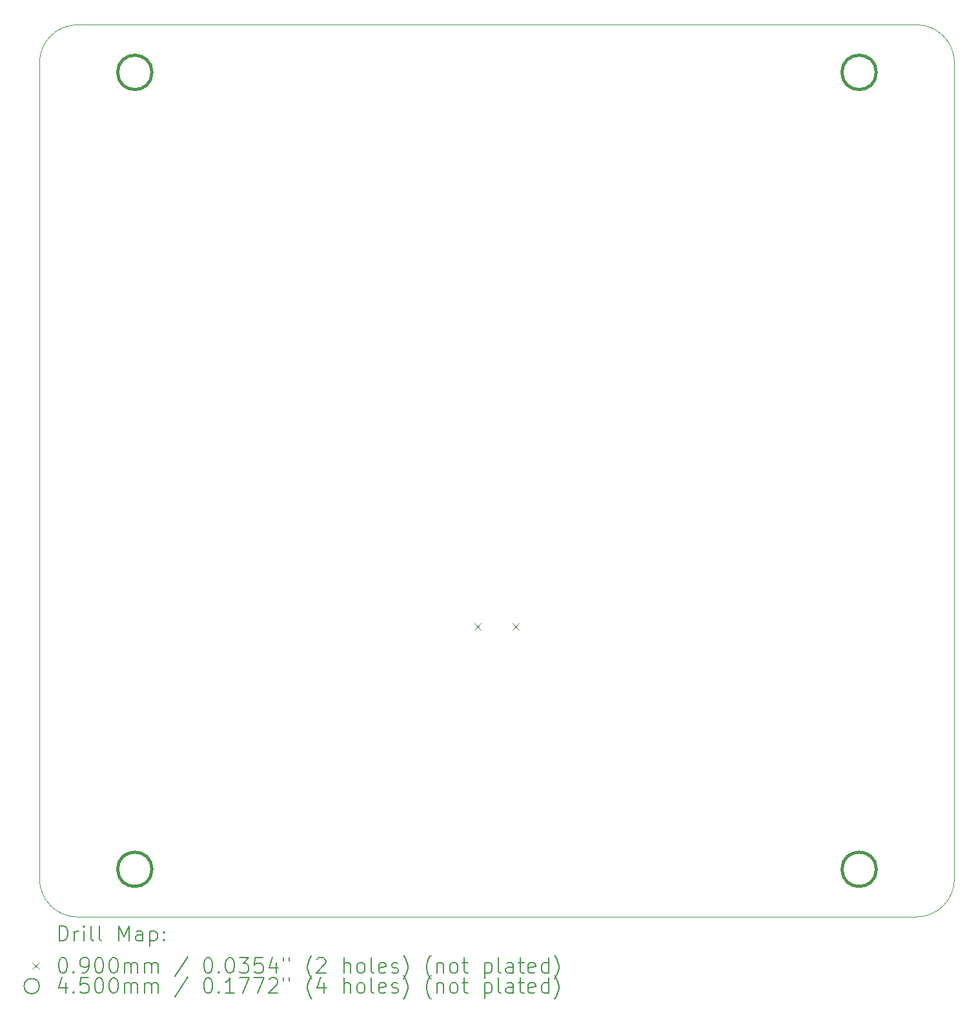
<source format=gbr>
%TF.GenerationSoftware,KiCad,Pcbnew,9.0.0*%
%TF.CreationDate,2025-03-25T13:14:26-05:00*%
%TF.ProjectId,Armor_Plate,41726d6f-725f-4506-9c61-74652e6b6963,rev?*%
%TF.SameCoordinates,Original*%
%TF.FileFunction,Drillmap*%
%TF.FilePolarity,Positive*%
%FSLAX45Y45*%
G04 Gerber Fmt 4.5, Leading zero omitted, Abs format (unit mm)*
G04 Created by KiCad (PCBNEW 9.0.0) date 2025-03-25 13:14:26*
%MOMM*%
%LPD*%
G01*
G04 APERTURE LIST*
%ADD10C,0.050000*%
%ADD11C,0.200000*%
%ADD12C,0.100000*%
%ADD13C,0.450000*%
G04 APERTURE END LIST*
D10*
X13995000Y-2150000D02*
X13995000Y-12850000D01*
X1995000Y-12850000D02*
X1995000Y-2150000D01*
X13995000Y-12850000D02*
G75*
G02*
X13495000Y-13350000I-500000J0D01*
G01*
X13495000Y-13350000D02*
X2495000Y-13350000D01*
X2495000Y-1650000D02*
X13495000Y-1650000D01*
X1995000Y-2150000D02*
G75*
G02*
X2495000Y-1650000I500000J0D01*
G01*
X2495000Y-13350000D02*
G75*
G02*
X1995000Y-12850000I0J500000D01*
G01*
X13495000Y-1650000D02*
G75*
G02*
X13995000Y-2150000I0J-500000D01*
G01*
D11*
D12*
X7697000Y-9499000D02*
X7787000Y-9589000D01*
X7787000Y-9499000D02*
X7697000Y-9589000D01*
X8197000Y-9499000D02*
X8287000Y-9589000D01*
X8287000Y-9499000D02*
X8197000Y-9589000D01*
D13*
X3470000Y-2275000D02*
G75*
G02*
X3020000Y-2275000I-225000J0D01*
G01*
X3020000Y-2275000D02*
G75*
G02*
X3470000Y-2275000I225000J0D01*
G01*
X3470000Y-12725000D02*
G75*
G02*
X3020000Y-12725000I-225000J0D01*
G01*
X3020000Y-12725000D02*
G75*
G02*
X3470000Y-12725000I225000J0D01*
G01*
X12970000Y-2275000D02*
G75*
G02*
X12520000Y-2275000I-225000J0D01*
G01*
X12520000Y-2275000D02*
G75*
G02*
X12970000Y-2275000I225000J0D01*
G01*
X12970000Y-12725000D02*
G75*
G02*
X12520000Y-12725000I-225000J0D01*
G01*
X12520000Y-12725000D02*
G75*
G02*
X12970000Y-12725000I225000J0D01*
G01*
D11*
X2253277Y-13663984D02*
X2253277Y-13463984D01*
X2253277Y-13463984D02*
X2300896Y-13463984D01*
X2300896Y-13463984D02*
X2329467Y-13473508D01*
X2329467Y-13473508D02*
X2348515Y-13492555D01*
X2348515Y-13492555D02*
X2358039Y-13511603D01*
X2358039Y-13511603D02*
X2367563Y-13549698D01*
X2367563Y-13549698D02*
X2367563Y-13578269D01*
X2367563Y-13578269D02*
X2358039Y-13616365D01*
X2358039Y-13616365D02*
X2348515Y-13635412D01*
X2348515Y-13635412D02*
X2329467Y-13654460D01*
X2329467Y-13654460D02*
X2300896Y-13663984D01*
X2300896Y-13663984D02*
X2253277Y-13663984D01*
X2453277Y-13663984D02*
X2453277Y-13530650D01*
X2453277Y-13568746D02*
X2462801Y-13549698D01*
X2462801Y-13549698D02*
X2472324Y-13540174D01*
X2472324Y-13540174D02*
X2491372Y-13530650D01*
X2491372Y-13530650D02*
X2510420Y-13530650D01*
X2577086Y-13663984D02*
X2577086Y-13530650D01*
X2577086Y-13463984D02*
X2567563Y-13473508D01*
X2567563Y-13473508D02*
X2577086Y-13483031D01*
X2577086Y-13483031D02*
X2586610Y-13473508D01*
X2586610Y-13473508D02*
X2577086Y-13463984D01*
X2577086Y-13463984D02*
X2577086Y-13483031D01*
X2700896Y-13663984D02*
X2681848Y-13654460D01*
X2681848Y-13654460D02*
X2672324Y-13635412D01*
X2672324Y-13635412D02*
X2672324Y-13463984D01*
X2805658Y-13663984D02*
X2786610Y-13654460D01*
X2786610Y-13654460D02*
X2777086Y-13635412D01*
X2777086Y-13635412D02*
X2777086Y-13463984D01*
X3034229Y-13663984D02*
X3034229Y-13463984D01*
X3034229Y-13463984D02*
X3100896Y-13606841D01*
X3100896Y-13606841D02*
X3167562Y-13463984D01*
X3167562Y-13463984D02*
X3167562Y-13663984D01*
X3348515Y-13663984D02*
X3348515Y-13559222D01*
X3348515Y-13559222D02*
X3338991Y-13540174D01*
X3338991Y-13540174D02*
X3319943Y-13530650D01*
X3319943Y-13530650D02*
X3281848Y-13530650D01*
X3281848Y-13530650D02*
X3262801Y-13540174D01*
X3348515Y-13654460D02*
X3329467Y-13663984D01*
X3329467Y-13663984D02*
X3281848Y-13663984D01*
X3281848Y-13663984D02*
X3262801Y-13654460D01*
X3262801Y-13654460D02*
X3253277Y-13635412D01*
X3253277Y-13635412D02*
X3253277Y-13616365D01*
X3253277Y-13616365D02*
X3262801Y-13597317D01*
X3262801Y-13597317D02*
X3281848Y-13587793D01*
X3281848Y-13587793D02*
X3329467Y-13587793D01*
X3329467Y-13587793D02*
X3348515Y-13578269D01*
X3443753Y-13530650D02*
X3443753Y-13730650D01*
X3443753Y-13540174D02*
X3462801Y-13530650D01*
X3462801Y-13530650D02*
X3500896Y-13530650D01*
X3500896Y-13530650D02*
X3519943Y-13540174D01*
X3519943Y-13540174D02*
X3529467Y-13549698D01*
X3529467Y-13549698D02*
X3538991Y-13568746D01*
X3538991Y-13568746D02*
X3538991Y-13625888D01*
X3538991Y-13625888D02*
X3529467Y-13644936D01*
X3529467Y-13644936D02*
X3519943Y-13654460D01*
X3519943Y-13654460D02*
X3500896Y-13663984D01*
X3500896Y-13663984D02*
X3462801Y-13663984D01*
X3462801Y-13663984D02*
X3443753Y-13654460D01*
X3624705Y-13644936D02*
X3634229Y-13654460D01*
X3634229Y-13654460D02*
X3624705Y-13663984D01*
X3624705Y-13663984D02*
X3615182Y-13654460D01*
X3615182Y-13654460D02*
X3624705Y-13644936D01*
X3624705Y-13644936D02*
X3624705Y-13663984D01*
X3624705Y-13540174D02*
X3634229Y-13549698D01*
X3634229Y-13549698D02*
X3624705Y-13559222D01*
X3624705Y-13559222D02*
X3615182Y-13549698D01*
X3615182Y-13549698D02*
X3624705Y-13540174D01*
X3624705Y-13540174D02*
X3624705Y-13559222D01*
D12*
X1902500Y-13947500D02*
X1992500Y-14037500D01*
X1992500Y-13947500D02*
X1902500Y-14037500D01*
D11*
X2291372Y-13883984D02*
X2310420Y-13883984D01*
X2310420Y-13883984D02*
X2329467Y-13893508D01*
X2329467Y-13893508D02*
X2338991Y-13903031D01*
X2338991Y-13903031D02*
X2348515Y-13922079D01*
X2348515Y-13922079D02*
X2358039Y-13960174D01*
X2358039Y-13960174D02*
X2358039Y-14007793D01*
X2358039Y-14007793D02*
X2348515Y-14045888D01*
X2348515Y-14045888D02*
X2338991Y-14064936D01*
X2338991Y-14064936D02*
X2329467Y-14074460D01*
X2329467Y-14074460D02*
X2310420Y-14083984D01*
X2310420Y-14083984D02*
X2291372Y-14083984D01*
X2291372Y-14083984D02*
X2272324Y-14074460D01*
X2272324Y-14074460D02*
X2262801Y-14064936D01*
X2262801Y-14064936D02*
X2253277Y-14045888D01*
X2253277Y-14045888D02*
X2243753Y-14007793D01*
X2243753Y-14007793D02*
X2243753Y-13960174D01*
X2243753Y-13960174D02*
X2253277Y-13922079D01*
X2253277Y-13922079D02*
X2262801Y-13903031D01*
X2262801Y-13903031D02*
X2272324Y-13893508D01*
X2272324Y-13893508D02*
X2291372Y-13883984D01*
X2443753Y-14064936D02*
X2453277Y-14074460D01*
X2453277Y-14074460D02*
X2443753Y-14083984D01*
X2443753Y-14083984D02*
X2434229Y-14074460D01*
X2434229Y-14074460D02*
X2443753Y-14064936D01*
X2443753Y-14064936D02*
X2443753Y-14083984D01*
X2548515Y-14083984D02*
X2586610Y-14083984D01*
X2586610Y-14083984D02*
X2605658Y-14074460D01*
X2605658Y-14074460D02*
X2615182Y-14064936D01*
X2615182Y-14064936D02*
X2634229Y-14036365D01*
X2634229Y-14036365D02*
X2643753Y-13998269D01*
X2643753Y-13998269D02*
X2643753Y-13922079D01*
X2643753Y-13922079D02*
X2634229Y-13903031D01*
X2634229Y-13903031D02*
X2624705Y-13893508D01*
X2624705Y-13893508D02*
X2605658Y-13883984D01*
X2605658Y-13883984D02*
X2567563Y-13883984D01*
X2567563Y-13883984D02*
X2548515Y-13893508D01*
X2548515Y-13893508D02*
X2538991Y-13903031D01*
X2538991Y-13903031D02*
X2529467Y-13922079D01*
X2529467Y-13922079D02*
X2529467Y-13969698D01*
X2529467Y-13969698D02*
X2538991Y-13988746D01*
X2538991Y-13988746D02*
X2548515Y-13998269D01*
X2548515Y-13998269D02*
X2567563Y-14007793D01*
X2567563Y-14007793D02*
X2605658Y-14007793D01*
X2605658Y-14007793D02*
X2624705Y-13998269D01*
X2624705Y-13998269D02*
X2634229Y-13988746D01*
X2634229Y-13988746D02*
X2643753Y-13969698D01*
X2767563Y-13883984D02*
X2786610Y-13883984D01*
X2786610Y-13883984D02*
X2805658Y-13893508D01*
X2805658Y-13893508D02*
X2815182Y-13903031D01*
X2815182Y-13903031D02*
X2824705Y-13922079D01*
X2824705Y-13922079D02*
X2834229Y-13960174D01*
X2834229Y-13960174D02*
X2834229Y-14007793D01*
X2834229Y-14007793D02*
X2824705Y-14045888D01*
X2824705Y-14045888D02*
X2815182Y-14064936D01*
X2815182Y-14064936D02*
X2805658Y-14074460D01*
X2805658Y-14074460D02*
X2786610Y-14083984D01*
X2786610Y-14083984D02*
X2767563Y-14083984D01*
X2767563Y-14083984D02*
X2748515Y-14074460D01*
X2748515Y-14074460D02*
X2738991Y-14064936D01*
X2738991Y-14064936D02*
X2729467Y-14045888D01*
X2729467Y-14045888D02*
X2719944Y-14007793D01*
X2719944Y-14007793D02*
X2719944Y-13960174D01*
X2719944Y-13960174D02*
X2729467Y-13922079D01*
X2729467Y-13922079D02*
X2738991Y-13903031D01*
X2738991Y-13903031D02*
X2748515Y-13893508D01*
X2748515Y-13893508D02*
X2767563Y-13883984D01*
X2958039Y-13883984D02*
X2977086Y-13883984D01*
X2977086Y-13883984D02*
X2996134Y-13893508D01*
X2996134Y-13893508D02*
X3005658Y-13903031D01*
X3005658Y-13903031D02*
X3015182Y-13922079D01*
X3015182Y-13922079D02*
X3024705Y-13960174D01*
X3024705Y-13960174D02*
X3024705Y-14007793D01*
X3024705Y-14007793D02*
X3015182Y-14045888D01*
X3015182Y-14045888D02*
X3005658Y-14064936D01*
X3005658Y-14064936D02*
X2996134Y-14074460D01*
X2996134Y-14074460D02*
X2977086Y-14083984D01*
X2977086Y-14083984D02*
X2958039Y-14083984D01*
X2958039Y-14083984D02*
X2938991Y-14074460D01*
X2938991Y-14074460D02*
X2929467Y-14064936D01*
X2929467Y-14064936D02*
X2919943Y-14045888D01*
X2919943Y-14045888D02*
X2910420Y-14007793D01*
X2910420Y-14007793D02*
X2910420Y-13960174D01*
X2910420Y-13960174D02*
X2919943Y-13922079D01*
X2919943Y-13922079D02*
X2929467Y-13903031D01*
X2929467Y-13903031D02*
X2938991Y-13893508D01*
X2938991Y-13893508D02*
X2958039Y-13883984D01*
X3110420Y-14083984D02*
X3110420Y-13950650D01*
X3110420Y-13969698D02*
X3119943Y-13960174D01*
X3119943Y-13960174D02*
X3138991Y-13950650D01*
X3138991Y-13950650D02*
X3167563Y-13950650D01*
X3167563Y-13950650D02*
X3186610Y-13960174D01*
X3186610Y-13960174D02*
X3196134Y-13979222D01*
X3196134Y-13979222D02*
X3196134Y-14083984D01*
X3196134Y-13979222D02*
X3205658Y-13960174D01*
X3205658Y-13960174D02*
X3224705Y-13950650D01*
X3224705Y-13950650D02*
X3253277Y-13950650D01*
X3253277Y-13950650D02*
X3272324Y-13960174D01*
X3272324Y-13960174D02*
X3281848Y-13979222D01*
X3281848Y-13979222D02*
X3281848Y-14083984D01*
X3377086Y-14083984D02*
X3377086Y-13950650D01*
X3377086Y-13969698D02*
X3386610Y-13960174D01*
X3386610Y-13960174D02*
X3405658Y-13950650D01*
X3405658Y-13950650D02*
X3434229Y-13950650D01*
X3434229Y-13950650D02*
X3453277Y-13960174D01*
X3453277Y-13960174D02*
X3462801Y-13979222D01*
X3462801Y-13979222D02*
X3462801Y-14083984D01*
X3462801Y-13979222D02*
X3472324Y-13960174D01*
X3472324Y-13960174D02*
X3491372Y-13950650D01*
X3491372Y-13950650D02*
X3519943Y-13950650D01*
X3519943Y-13950650D02*
X3538991Y-13960174D01*
X3538991Y-13960174D02*
X3548515Y-13979222D01*
X3548515Y-13979222D02*
X3548515Y-14083984D01*
X3938991Y-13874460D02*
X3767563Y-14131603D01*
X4196134Y-13883984D02*
X4215182Y-13883984D01*
X4215182Y-13883984D02*
X4234229Y-13893508D01*
X4234229Y-13893508D02*
X4243753Y-13903031D01*
X4243753Y-13903031D02*
X4253277Y-13922079D01*
X4253277Y-13922079D02*
X4262801Y-13960174D01*
X4262801Y-13960174D02*
X4262801Y-14007793D01*
X4262801Y-14007793D02*
X4253277Y-14045888D01*
X4253277Y-14045888D02*
X4243753Y-14064936D01*
X4243753Y-14064936D02*
X4234229Y-14074460D01*
X4234229Y-14074460D02*
X4215182Y-14083984D01*
X4215182Y-14083984D02*
X4196134Y-14083984D01*
X4196134Y-14083984D02*
X4177086Y-14074460D01*
X4177086Y-14074460D02*
X4167563Y-14064936D01*
X4167563Y-14064936D02*
X4158039Y-14045888D01*
X4158039Y-14045888D02*
X4148515Y-14007793D01*
X4148515Y-14007793D02*
X4148515Y-13960174D01*
X4148515Y-13960174D02*
X4158039Y-13922079D01*
X4158039Y-13922079D02*
X4167563Y-13903031D01*
X4167563Y-13903031D02*
X4177086Y-13893508D01*
X4177086Y-13893508D02*
X4196134Y-13883984D01*
X4348515Y-14064936D02*
X4358039Y-14074460D01*
X4358039Y-14074460D02*
X4348515Y-14083984D01*
X4348515Y-14083984D02*
X4338991Y-14074460D01*
X4338991Y-14074460D02*
X4348515Y-14064936D01*
X4348515Y-14064936D02*
X4348515Y-14083984D01*
X4481848Y-13883984D02*
X4500896Y-13883984D01*
X4500896Y-13883984D02*
X4519944Y-13893508D01*
X4519944Y-13893508D02*
X4529468Y-13903031D01*
X4529468Y-13903031D02*
X4538991Y-13922079D01*
X4538991Y-13922079D02*
X4548515Y-13960174D01*
X4548515Y-13960174D02*
X4548515Y-14007793D01*
X4548515Y-14007793D02*
X4538991Y-14045888D01*
X4538991Y-14045888D02*
X4529468Y-14064936D01*
X4529468Y-14064936D02*
X4519944Y-14074460D01*
X4519944Y-14074460D02*
X4500896Y-14083984D01*
X4500896Y-14083984D02*
X4481848Y-14083984D01*
X4481848Y-14083984D02*
X4462801Y-14074460D01*
X4462801Y-14074460D02*
X4453277Y-14064936D01*
X4453277Y-14064936D02*
X4443753Y-14045888D01*
X4443753Y-14045888D02*
X4434229Y-14007793D01*
X4434229Y-14007793D02*
X4434229Y-13960174D01*
X4434229Y-13960174D02*
X4443753Y-13922079D01*
X4443753Y-13922079D02*
X4453277Y-13903031D01*
X4453277Y-13903031D02*
X4462801Y-13893508D01*
X4462801Y-13893508D02*
X4481848Y-13883984D01*
X4615182Y-13883984D02*
X4738991Y-13883984D01*
X4738991Y-13883984D02*
X4672325Y-13960174D01*
X4672325Y-13960174D02*
X4700896Y-13960174D01*
X4700896Y-13960174D02*
X4719944Y-13969698D01*
X4719944Y-13969698D02*
X4729468Y-13979222D01*
X4729468Y-13979222D02*
X4738991Y-13998269D01*
X4738991Y-13998269D02*
X4738991Y-14045888D01*
X4738991Y-14045888D02*
X4729468Y-14064936D01*
X4729468Y-14064936D02*
X4719944Y-14074460D01*
X4719944Y-14074460D02*
X4700896Y-14083984D01*
X4700896Y-14083984D02*
X4643753Y-14083984D01*
X4643753Y-14083984D02*
X4624706Y-14074460D01*
X4624706Y-14074460D02*
X4615182Y-14064936D01*
X4919944Y-13883984D02*
X4824706Y-13883984D01*
X4824706Y-13883984D02*
X4815182Y-13979222D01*
X4815182Y-13979222D02*
X4824706Y-13969698D01*
X4824706Y-13969698D02*
X4843753Y-13960174D01*
X4843753Y-13960174D02*
X4891372Y-13960174D01*
X4891372Y-13960174D02*
X4910420Y-13969698D01*
X4910420Y-13969698D02*
X4919944Y-13979222D01*
X4919944Y-13979222D02*
X4929468Y-13998269D01*
X4929468Y-13998269D02*
X4929468Y-14045888D01*
X4929468Y-14045888D02*
X4919944Y-14064936D01*
X4919944Y-14064936D02*
X4910420Y-14074460D01*
X4910420Y-14074460D02*
X4891372Y-14083984D01*
X4891372Y-14083984D02*
X4843753Y-14083984D01*
X4843753Y-14083984D02*
X4824706Y-14074460D01*
X4824706Y-14074460D02*
X4815182Y-14064936D01*
X5100896Y-13950650D02*
X5100896Y-14083984D01*
X5053277Y-13874460D02*
X5005658Y-14017317D01*
X5005658Y-14017317D02*
X5129468Y-14017317D01*
X5196134Y-13883984D02*
X5196134Y-13922079D01*
X5272325Y-13883984D02*
X5272325Y-13922079D01*
X5567563Y-14160174D02*
X5558039Y-14150650D01*
X5558039Y-14150650D02*
X5538991Y-14122079D01*
X5538991Y-14122079D02*
X5529468Y-14103031D01*
X5529468Y-14103031D02*
X5519944Y-14074460D01*
X5519944Y-14074460D02*
X5510420Y-14026841D01*
X5510420Y-14026841D02*
X5510420Y-13988746D01*
X5510420Y-13988746D02*
X5519944Y-13941127D01*
X5519944Y-13941127D02*
X5529468Y-13912555D01*
X5529468Y-13912555D02*
X5538991Y-13893508D01*
X5538991Y-13893508D02*
X5558039Y-13864936D01*
X5558039Y-13864936D02*
X5567563Y-13855412D01*
X5634229Y-13903031D02*
X5643753Y-13893508D01*
X5643753Y-13893508D02*
X5662801Y-13883984D01*
X5662801Y-13883984D02*
X5710420Y-13883984D01*
X5710420Y-13883984D02*
X5729468Y-13893508D01*
X5729468Y-13893508D02*
X5738991Y-13903031D01*
X5738991Y-13903031D02*
X5748515Y-13922079D01*
X5748515Y-13922079D02*
X5748515Y-13941127D01*
X5748515Y-13941127D02*
X5738991Y-13969698D01*
X5738991Y-13969698D02*
X5624706Y-14083984D01*
X5624706Y-14083984D02*
X5748515Y-14083984D01*
X5986610Y-14083984D02*
X5986610Y-13883984D01*
X6072325Y-14083984D02*
X6072325Y-13979222D01*
X6072325Y-13979222D02*
X6062801Y-13960174D01*
X6062801Y-13960174D02*
X6043753Y-13950650D01*
X6043753Y-13950650D02*
X6015182Y-13950650D01*
X6015182Y-13950650D02*
X5996134Y-13960174D01*
X5996134Y-13960174D02*
X5986610Y-13969698D01*
X6196134Y-14083984D02*
X6177087Y-14074460D01*
X6177087Y-14074460D02*
X6167563Y-14064936D01*
X6167563Y-14064936D02*
X6158039Y-14045888D01*
X6158039Y-14045888D02*
X6158039Y-13988746D01*
X6158039Y-13988746D02*
X6167563Y-13969698D01*
X6167563Y-13969698D02*
X6177087Y-13960174D01*
X6177087Y-13960174D02*
X6196134Y-13950650D01*
X6196134Y-13950650D02*
X6224706Y-13950650D01*
X6224706Y-13950650D02*
X6243753Y-13960174D01*
X6243753Y-13960174D02*
X6253277Y-13969698D01*
X6253277Y-13969698D02*
X6262801Y-13988746D01*
X6262801Y-13988746D02*
X6262801Y-14045888D01*
X6262801Y-14045888D02*
X6253277Y-14064936D01*
X6253277Y-14064936D02*
X6243753Y-14074460D01*
X6243753Y-14074460D02*
X6224706Y-14083984D01*
X6224706Y-14083984D02*
X6196134Y-14083984D01*
X6377087Y-14083984D02*
X6358039Y-14074460D01*
X6358039Y-14074460D02*
X6348515Y-14055412D01*
X6348515Y-14055412D02*
X6348515Y-13883984D01*
X6529468Y-14074460D02*
X6510420Y-14083984D01*
X6510420Y-14083984D02*
X6472325Y-14083984D01*
X6472325Y-14083984D02*
X6453277Y-14074460D01*
X6453277Y-14074460D02*
X6443753Y-14055412D01*
X6443753Y-14055412D02*
X6443753Y-13979222D01*
X6443753Y-13979222D02*
X6453277Y-13960174D01*
X6453277Y-13960174D02*
X6472325Y-13950650D01*
X6472325Y-13950650D02*
X6510420Y-13950650D01*
X6510420Y-13950650D02*
X6529468Y-13960174D01*
X6529468Y-13960174D02*
X6538991Y-13979222D01*
X6538991Y-13979222D02*
X6538991Y-13998269D01*
X6538991Y-13998269D02*
X6443753Y-14017317D01*
X6615182Y-14074460D02*
X6634230Y-14083984D01*
X6634230Y-14083984D02*
X6672325Y-14083984D01*
X6672325Y-14083984D02*
X6691372Y-14074460D01*
X6691372Y-14074460D02*
X6700896Y-14055412D01*
X6700896Y-14055412D02*
X6700896Y-14045888D01*
X6700896Y-14045888D02*
X6691372Y-14026841D01*
X6691372Y-14026841D02*
X6672325Y-14017317D01*
X6672325Y-14017317D02*
X6643753Y-14017317D01*
X6643753Y-14017317D02*
X6624706Y-14007793D01*
X6624706Y-14007793D02*
X6615182Y-13988746D01*
X6615182Y-13988746D02*
X6615182Y-13979222D01*
X6615182Y-13979222D02*
X6624706Y-13960174D01*
X6624706Y-13960174D02*
X6643753Y-13950650D01*
X6643753Y-13950650D02*
X6672325Y-13950650D01*
X6672325Y-13950650D02*
X6691372Y-13960174D01*
X6767563Y-14160174D02*
X6777087Y-14150650D01*
X6777087Y-14150650D02*
X6796134Y-14122079D01*
X6796134Y-14122079D02*
X6805658Y-14103031D01*
X6805658Y-14103031D02*
X6815182Y-14074460D01*
X6815182Y-14074460D02*
X6824706Y-14026841D01*
X6824706Y-14026841D02*
X6824706Y-13988746D01*
X6824706Y-13988746D02*
X6815182Y-13941127D01*
X6815182Y-13941127D02*
X6805658Y-13912555D01*
X6805658Y-13912555D02*
X6796134Y-13893508D01*
X6796134Y-13893508D02*
X6777087Y-13864936D01*
X6777087Y-13864936D02*
X6767563Y-13855412D01*
X7129468Y-14160174D02*
X7119944Y-14150650D01*
X7119944Y-14150650D02*
X7100896Y-14122079D01*
X7100896Y-14122079D02*
X7091372Y-14103031D01*
X7091372Y-14103031D02*
X7081849Y-14074460D01*
X7081849Y-14074460D02*
X7072325Y-14026841D01*
X7072325Y-14026841D02*
X7072325Y-13988746D01*
X7072325Y-13988746D02*
X7081849Y-13941127D01*
X7081849Y-13941127D02*
X7091372Y-13912555D01*
X7091372Y-13912555D02*
X7100896Y-13893508D01*
X7100896Y-13893508D02*
X7119944Y-13864936D01*
X7119944Y-13864936D02*
X7129468Y-13855412D01*
X7205658Y-13950650D02*
X7205658Y-14083984D01*
X7205658Y-13969698D02*
X7215182Y-13960174D01*
X7215182Y-13960174D02*
X7234230Y-13950650D01*
X7234230Y-13950650D02*
X7262801Y-13950650D01*
X7262801Y-13950650D02*
X7281849Y-13960174D01*
X7281849Y-13960174D02*
X7291372Y-13979222D01*
X7291372Y-13979222D02*
X7291372Y-14083984D01*
X7415182Y-14083984D02*
X7396134Y-14074460D01*
X7396134Y-14074460D02*
X7386611Y-14064936D01*
X7386611Y-14064936D02*
X7377087Y-14045888D01*
X7377087Y-14045888D02*
X7377087Y-13988746D01*
X7377087Y-13988746D02*
X7386611Y-13969698D01*
X7386611Y-13969698D02*
X7396134Y-13960174D01*
X7396134Y-13960174D02*
X7415182Y-13950650D01*
X7415182Y-13950650D02*
X7443753Y-13950650D01*
X7443753Y-13950650D02*
X7462801Y-13960174D01*
X7462801Y-13960174D02*
X7472325Y-13969698D01*
X7472325Y-13969698D02*
X7481849Y-13988746D01*
X7481849Y-13988746D02*
X7481849Y-14045888D01*
X7481849Y-14045888D02*
X7472325Y-14064936D01*
X7472325Y-14064936D02*
X7462801Y-14074460D01*
X7462801Y-14074460D02*
X7443753Y-14083984D01*
X7443753Y-14083984D02*
X7415182Y-14083984D01*
X7538992Y-13950650D02*
X7615182Y-13950650D01*
X7567563Y-13883984D02*
X7567563Y-14055412D01*
X7567563Y-14055412D02*
X7577087Y-14074460D01*
X7577087Y-14074460D02*
X7596134Y-14083984D01*
X7596134Y-14083984D02*
X7615182Y-14083984D01*
X7834230Y-13950650D02*
X7834230Y-14150650D01*
X7834230Y-13960174D02*
X7853277Y-13950650D01*
X7853277Y-13950650D02*
X7891373Y-13950650D01*
X7891373Y-13950650D02*
X7910420Y-13960174D01*
X7910420Y-13960174D02*
X7919944Y-13969698D01*
X7919944Y-13969698D02*
X7929468Y-13988746D01*
X7929468Y-13988746D02*
X7929468Y-14045888D01*
X7929468Y-14045888D02*
X7919944Y-14064936D01*
X7919944Y-14064936D02*
X7910420Y-14074460D01*
X7910420Y-14074460D02*
X7891373Y-14083984D01*
X7891373Y-14083984D02*
X7853277Y-14083984D01*
X7853277Y-14083984D02*
X7834230Y-14074460D01*
X8043753Y-14083984D02*
X8024706Y-14074460D01*
X8024706Y-14074460D02*
X8015182Y-14055412D01*
X8015182Y-14055412D02*
X8015182Y-13883984D01*
X8205658Y-14083984D02*
X8205658Y-13979222D01*
X8205658Y-13979222D02*
X8196134Y-13960174D01*
X8196134Y-13960174D02*
X8177087Y-13950650D01*
X8177087Y-13950650D02*
X8138992Y-13950650D01*
X8138992Y-13950650D02*
X8119944Y-13960174D01*
X8205658Y-14074460D02*
X8186611Y-14083984D01*
X8186611Y-14083984D02*
X8138992Y-14083984D01*
X8138992Y-14083984D02*
X8119944Y-14074460D01*
X8119944Y-14074460D02*
X8110420Y-14055412D01*
X8110420Y-14055412D02*
X8110420Y-14036365D01*
X8110420Y-14036365D02*
X8119944Y-14017317D01*
X8119944Y-14017317D02*
X8138992Y-14007793D01*
X8138992Y-14007793D02*
X8186611Y-14007793D01*
X8186611Y-14007793D02*
X8205658Y-13998269D01*
X8272325Y-13950650D02*
X8348515Y-13950650D01*
X8300896Y-13883984D02*
X8300896Y-14055412D01*
X8300896Y-14055412D02*
X8310420Y-14074460D01*
X8310420Y-14074460D02*
X8329468Y-14083984D01*
X8329468Y-14083984D02*
X8348515Y-14083984D01*
X8491373Y-14074460D02*
X8472325Y-14083984D01*
X8472325Y-14083984D02*
X8434230Y-14083984D01*
X8434230Y-14083984D02*
X8415182Y-14074460D01*
X8415182Y-14074460D02*
X8405658Y-14055412D01*
X8405658Y-14055412D02*
X8405658Y-13979222D01*
X8405658Y-13979222D02*
X8415182Y-13960174D01*
X8415182Y-13960174D02*
X8434230Y-13950650D01*
X8434230Y-13950650D02*
X8472325Y-13950650D01*
X8472325Y-13950650D02*
X8491373Y-13960174D01*
X8491373Y-13960174D02*
X8500896Y-13979222D01*
X8500896Y-13979222D02*
X8500896Y-13998269D01*
X8500896Y-13998269D02*
X8405658Y-14017317D01*
X8672325Y-14083984D02*
X8672325Y-13883984D01*
X8672325Y-14074460D02*
X8653277Y-14083984D01*
X8653277Y-14083984D02*
X8615182Y-14083984D01*
X8615182Y-14083984D02*
X8596135Y-14074460D01*
X8596135Y-14074460D02*
X8586611Y-14064936D01*
X8586611Y-14064936D02*
X8577087Y-14045888D01*
X8577087Y-14045888D02*
X8577087Y-13988746D01*
X8577087Y-13988746D02*
X8586611Y-13969698D01*
X8586611Y-13969698D02*
X8596135Y-13960174D01*
X8596135Y-13960174D02*
X8615182Y-13950650D01*
X8615182Y-13950650D02*
X8653277Y-13950650D01*
X8653277Y-13950650D02*
X8672325Y-13960174D01*
X8748516Y-14160174D02*
X8758039Y-14150650D01*
X8758039Y-14150650D02*
X8777087Y-14122079D01*
X8777087Y-14122079D02*
X8786611Y-14103031D01*
X8786611Y-14103031D02*
X8796135Y-14074460D01*
X8796135Y-14074460D02*
X8805658Y-14026841D01*
X8805658Y-14026841D02*
X8805658Y-13988746D01*
X8805658Y-13988746D02*
X8796135Y-13941127D01*
X8796135Y-13941127D02*
X8786611Y-13912555D01*
X8786611Y-13912555D02*
X8777087Y-13893508D01*
X8777087Y-13893508D02*
X8758039Y-13864936D01*
X8758039Y-13864936D02*
X8748516Y-13855412D01*
X1992500Y-14256500D02*
G75*
G02*
X1792500Y-14256500I-100000J0D01*
G01*
X1792500Y-14256500D02*
G75*
G02*
X1992500Y-14256500I100000J0D01*
G01*
X2338991Y-14214650D02*
X2338991Y-14347984D01*
X2291372Y-14138460D02*
X2243753Y-14281317D01*
X2243753Y-14281317D02*
X2367563Y-14281317D01*
X2443753Y-14328936D02*
X2453277Y-14338460D01*
X2453277Y-14338460D02*
X2443753Y-14347984D01*
X2443753Y-14347984D02*
X2434229Y-14338460D01*
X2434229Y-14338460D02*
X2443753Y-14328936D01*
X2443753Y-14328936D02*
X2443753Y-14347984D01*
X2634229Y-14147984D02*
X2538991Y-14147984D01*
X2538991Y-14147984D02*
X2529467Y-14243222D01*
X2529467Y-14243222D02*
X2538991Y-14233698D01*
X2538991Y-14233698D02*
X2558039Y-14224174D01*
X2558039Y-14224174D02*
X2605658Y-14224174D01*
X2605658Y-14224174D02*
X2624705Y-14233698D01*
X2624705Y-14233698D02*
X2634229Y-14243222D01*
X2634229Y-14243222D02*
X2643753Y-14262269D01*
X2643753Y-14262269D02*
X2643753Y-14309888D01*
X2643753Y-14309888D02*
X2634229Y-14328936D01*
X2634229Y-14328936D02*
X2624705Y-14338460D01*
X2624705Y-14338460D02*
X2605658Y-14347984D01*
X2605658Y-14347984D02*
X2558039Y-14347984D01*
X2558039Y-14347984D02*
X2538991Y-14338460D01*
X2538991Y-14338460D02*
X2529467Y-14328936D01*
X2767563Y-14147984D02*
X2786610Y-14147984D01*
X2786610Y-14147984D02*
X2805658Y-14157508D01*
X2805658Y-14157508D02*
X2815182Y-14167031D01*
X2815182Y-14167031D02*
X2824705Y-14186079D01*
X2824705Y-14186079D02*
X2834229Y-14224174D01*
X2834229Y-14224174D02*
X2834229Y-14271793D01*
X2834229Y-14271793D02*
X2824705Y-14309888D01*
X2824705Y-14309888D02*
X2815182Y-14328936D01*
X2815182Y-14328936D02*
X2805658Y-14338460D01*
X2805658Y-14338460D02*
X2786610Y-14347984D01*
X2786610Y-14347984D02*
X2767563Y-14347984D01*
X2767563Y-14347984D02*
X2748515Y-14338460D01*
X2748515Y-14338460D02*
X2738991Y-14328936D01*
X2738991Y-14328936D02*
X2729467Y-14309888D01*
X2729467Y-14309888D02*
X2719944Y-14271793D01*
X2719944Y-14271793D02*
X2719944Y-14224174D01*
X2719944Y-14224174D02*
X2729467Y-14186079D01*
X2729467Y-14186079D02*
X2738991Y-14167031D01*
X2738991Y-14167031D02*
X2748515Y-14157508D01*
X2748515Y-14157508D02*
X2767563Y-14147984D01*
X2958039Y-14147984D02*
X2977086Y-14147984D01*
X2977086Y-14147984D02*
X2996134Y-14157508D01*
X2996134Y-14157508D02*
X3005658Y-14167031D01*
X3005658Y-14167031D02*
X3015182Y-14186079D01*
X3015182Y-14186079D02*
X3024705Y-14224174D01*
X3024705Y-14224174D02*
X3024705Y-14271793D01*
X3024705Y-14271793D02*
X3015182Y-14309888D01*
X3015182Y-14309888D02*
X3005658Y-14328936D01*
X3005658Y-14328936D02*
X2996134Y-14338460D01*
X2996134Y-14338460D02*
X2977086Y-14347984D01*
X2977086Y-14347984D02*
X2958039Y-14347984D01*
X2958039Y-14347984D02*
X2938991Y-14338460D01*
X2938991Y-14338460D02*
X2929467Y-14328936D01*
X2929467Y-14328936D02*
X2919943Y-14309888D01*
X2919943Y-14309888D02*
X2910420Y-14271793D01*
X2910420Y-14271793D02*
X2910420Y-14224174D01*
X2910420Y-14224174D02*
X2919943Y-14186079D01*
X2919943Y-14186079D02*
X2929467Y-14167031D01*
X2929467Y-14167031D02*
X2938991Y-14157508D01*
X2938991Y-14157508D02*
X2958039Y-14147984D01*
X3110420Y-14347984D02*
X3110420Y-14214650D01*
X3110420Y-14233698D02*
X3119943Y-14224174D01*
X3119943Y-14224174D02*
X3138991Y-14214650D01*
X3138991Y-14214650D02*
X3167563Y-14214650D01*
X3167563Y-14214650D02*
X3186610Y-14224174D01*
X3186610Y-14224174D02*
X3196134Y-14243222D01*
X3196134Y-14243222D02*
X3196134Y-14347984D01*
X3196134Y-14243222D02*
X3205658Y-14224174D01*
X3205658Y-14224174D02*
X3224705Y-14214650D01*
X3224705Y-14214650D02*
X3253277Y-14214650D01*
X3253277Y-14214650D02*
X3272324Y-14224174D01*
X3272324Y-14224174D02*
X3281848Y-14243222D01*
X3281848Y-14243222D02*
X3281848Y-14347984D01*
X3377086Y-14347984D02*
X3377086Y-14214650D01*
X3377086Y-14233698D02*
X3386610Y-14224174D01*
X3386610Y-14224174D02*
X3405658Y-14214650D01*
X3405658Y-14214650D02*
X3434229Y-14214650D01*
X3434229Y-14214650D02*
X3453277Y-14224174D01*
X3453277Y-14224174D02*
X3462801Y-14243222D01*
X3462801Y-14243222D02*
X3462801Y-14347984D01*
X3462801Y-14243222D02*
X3472324Y-14224174D01*
X3472324Y-14224174D02*
X3491372Y-14214650D01*
X3491372Y-14214650D02*
X3519943Y-14214650D01*
X3519943Y-14214650D02*
X3538991Y-14224174D01*
X3538991Y-14224174D02*
X3548515Y-14243222D01*
X3548515Y-14243222D02*
X3548515Y-14347984D01*
X3938991Y-14138460D02*
X3767563Y-14395603D01*
X4196134Y-14147984D02*
X4215182Y-14147984D01*
X4215182Y-14147984D02*
X4234229Y-14157508D01*
X4234229Y-14157508D02*
X4243753Y-14167031D01*
X4243753Y-14167031D02*
X4253277Y-14186079D01*
X4253277Y-14186079D02*
X4262801Y-14224174D01*
X4262801Y-14224174D02*
X4262801Y-14271793D01*
X4262801Y-14271793D02*
X4253277Y-14309888D01*
X4253277Y-14309888D02*
X4243753Y-14328936D01*
X4243753Y-14328936D02*
X4234229Y-14338460D01*
X4234229Y-14338460D02*
X4215182Y-14347984D01*
X4215182Y-14347984D02*
X4196134Y-14347984D01*
X4196134Y-14347984D02*
X4177086Y-14338460D01*
X4177086Y-14338460D02*
X4167563Y-14328936D01*
X4167563Y-14328936D02*
X4158039Y-14309888D01*
X4158039Y-14309888D02*
X4148515Y-14271793D01*
X4148515Y-14271793D02*
X4148515Y-14224174D01*
X4148515Y-14224174D02*
X4158039Y-14186079D01*
X4158039Y-14186079D02*
X4167563Y-14167031D01*
X4167563Y-14167031D02*
X4177086Y-14157508D01*
X4177086Y-14157508D02*
X4196134Y-14147984D01*
X4348515Y-14328936D02*
X4358039Y-14338460D01*
X4358039Y-14338460D02*
X4348515Y-14347984D01*
X4348515Y-14347984D02*
X4338991Y-14338460D01*
X4338991Y-14338460D02*
X4348515Y-14328936D01*
X4348515Y-14328936D02*
X4348515Y-14347984D01*
X4548515Y-14347984D02*
X4434229Y-14347984D01*
X4491372Y-14347984D02*
X4491372Y-14147984D01*
X4491372Y-14147984D02*
X4472325Y-14176555D01*
X4472325Y-14176555D02*
X4453277Y-14195603D01*
X4453277Y-14195603D02*
X4434229Y-14205127D01*
X4615182Y-14147984D02*
X4748515Y-14147984D01*
X4748515Y-14147984D02*
X4662801Y-14347984D01*
X4805658Y-14147984D02*
X4938991Y-14147984D01*
X4938991Y-14147984D02*
X4853277Y-14347984D01*
X5005658Y-14167031D02*
X5015182Y-14157508D01*
X5015182Y-14157508D02*
X5034229Y-14147984D01*
X5034229Y-14147984D02*
X5081849Y-14147984D01*
X5081849Y-14147984D02*
X5100896Y-14157508D01*
X5100896Y-14157508D02*
X5110420Y-14167031D01*
X5110420Y-14167031D02*
X5119944Y-14186079D01*
X5119944Y-14186079D02*
X5119944Y-14205127D01*
X5119944Y-14205127D02*
X5110420Y-14233698D01*
X5110420Y-14233698D02*
X4996134Y-14347984D01*
X4996134Y-14347984D02*
X5119944Y-14347984D01*
X5196134Y-14147984D02*
X5196134Y-14186079D01*
X5272325Y-14147984D02*
X5272325Y-14186079D01*
X5567563Y-14424174D02*
X5558039Y-14414650D01*
X5558039Y-14414650D02*
X5538991Y-14386079D01*
X5538991Y-14386079D02*
X5529468Y-14367031D01*
X5529468Y-14367031D02*
X5519944Y-14338460D01*
X5519944Y-14338460D02*
X5510420Y-14290841D01*
X5510420Y-14290841D02*
X5510420Y-14252746D01*
X5510420Y-14252746D02*
X5519944Y-14205127D01*
X5519944Y-14205127D02*
X5529468Y-14176555D01*
X5529468Y-14176555D02*
X5538991Y-14157508D01*
X5538991Y-14157508D02*
X5558039Y-14128936D01*
X5558039Y-14128936D02*
X5567563Y-14119412D01*
X5729468Y-14214650D02*
X5729468Y-14347984D01*
X5681848Y-14138460D02*
X5634229Y-14281317D01*
X5634229Y-14281317D02*
X5758039Y-14281317D01*
X5986610Y-14347984D02*
X5986610Y-14147984D01*
X6072325Y-14347984D02*
X6072325Y-14243222D01*
X6072325Y-14243222D02*
X6062801Y-14224174D01*
X6062801Y-14224174D02*
X6043753Y-14214650D01*
X6043753Y-14214650D02*
X6015182Y-14214650D01*
X6015182Y-14214650D02*
X5996134Y-14224174D01*
X5996134Y-14224174D02*
X5986610Y-14233698D01*
X6196134Y-14347984D02*
X6177087Y-14338460D01*
X6177087Y-14338460D02*
X6167563Y-14328936D01*
X6167563Y-14328936D02*
X6158039Y-14309888D01*
X6158039Y-14309888D02*
X6158039Y-14252746D01*
X6158039Y-14252746D02*
X6167563Y-14233698D01*
X6167563Y-14233698D02*
X6177087Y-14224174D01*
X6177087Y-14224174D02*
X6196134Y-14214650D01*
X6196134Y-14214650D02*
X6224706Y-14214650D01*
X6224706Y-14214650D02*
X6243753Y-14224174D01*
X6243753Y-14224174D02*
X6253277Y-14233698D01*
X6253277Y-14233698D02*
X6262801Y-14252746D01*
X6262801Y-14252746D02*
X6262801Y-14309888D01*
X6262801Y-14309888D02*
X6253277Y-14328936D01*
X6253277Y-14328936D02*
X6243753Y-14338460D01*
X6243753Y-14338460D02*
X6224706Y-14347984D01*
X6224706Y-14347984D02*
X6196134Y-14347984D01*
X6377087Y-14347984D02*
X6358039Y-14338460D01*
X6358039Y-14338460D02*
X6348515Y-14319412D01*
X6348515Y-14319412D02*
X6348515Y-14147984D01*
X6529468Y-14338460D02*
X6510420Y-14347984D01*
X6510420Y-14347984D02*
X6472325Y-14347984D01*
X6472325Y-14347984D02*
X6453277Y-14338460D01*
X6453277Y-14338460D02*
X6443753Y-14319412D01*
X6443753Y-14319412D02*
X6443753Y-14243222D01*
X6443753Y-14243222D02*
X6453277Y-14224174D01*
X6453277Y-14224174D02*
X6472325Y-14214650D01*
X6472325Y-14214650D02*
X6510420Y-14214650D01*
X6510420Y-14214650D02*
X6529468Y-14224174D01*
X6529468Y-14224174D02*
X6538991Y-14243222D01*
X6538991Y-14243222D02*
X6538991Y-14262269D01*
X6538991Y-14262269D02*
X6443753Y-14281317D01*
X6615182Y-14338460D02*
X6634230Y-14347984D01*
X6634230Y-14347984D02*
X6672325Y-14347984D01*
X6672325Y-14347984D02*
X6691372Y-14338460D01*
X6691372Y-14338460D02*
X6700896Y-14319412D01*
X6700896Y-14319412D02*
X6700896Y-14309888D01*
X6700896Y-14309888D02*
X6691372Y-14290841D01*
X6691372Y-14290841D02*
X6672325Y-14281317D01*
X6672325Y-14281317D02*
X6643753Y-14281317D01*
X6643753Y-14281317D02*
X6624706Y-14271793D01*
X6624706Y-14271793D02*
X6615182Y-14252746D01*
X6615182Y-14252746D02*
X6615182Y-14243222D01*
X6615182Y-14243222D02*
X6624706Y-14224174D01*
X6624706Y-14224174D02*
X6643753Y-14214650D01*
X6643753Y-14214650D02*
X6672325Y-14214650D01*
X6672325Y-14214650D02*
X6691372Y-14224174D01*
X6767563Y-14424174D02*
X6777087Y-14414650D01*
X6777087Y-14414650D02*
X6796134Y-14386079D01*
X6796134Y-14386079D02*
X6805658Y-14367031D01*
X6805658Y-14367031D02*
X6815182Y-14338460D01*
X6815182Y-14338460D02*
X6824706Y-14290841D01*
X6824706Y-14290841D02*
X6824706Y-14252746D01*
X6824706Y-14252746D02*
X6815182Y-14205127D01*
X6815182Y-14205127D02*
X6805658Y-14176555D01*
X6805658Y-14176555D02*
X6796134Y-14157508D01*
X6796134Y-14157508D02*
X6777087Y-14128936D01*
X6777087Y-14128936D02*
X6767563Y-14119412D01*
X7129468Y-14424174D02*
X7119944Y-14414650D01*
X7119944Y-14414650D02*
X7100896Y-14386079D01*
X7100896Y-14386079D02*
X7091372Y-14367031D01*
X7091372Y-14367031D02*
X7081849Y-14338460D01*
X7081849Y-14338460D02*
X7072325Y-14290841D01*
X7072325Y-14290841D02*
X7072325Y-14252746D01*
X7072325Y-14252746D02*
X7081849Y-14205127D01*
X7081849Y-14205127D02*
X7091372Y-14176555D01*
X7091372Y-14176555D02*
X7100896Y-14157508D01*
X7100896Y-14157508D02*
X7119944Y-14128936D01*
X7119944Y-14128936D02*
X7129468Y-14119412D01*
X7205658Y-14214650D02*
X7205658Y-14347984D01*
X7205658Y-14233698D02*
X7215182Y-14224174D01*
X7215182Y-14224174D02*
X7234230Y-14214650D01*
X7234230Y-14214650D02*
X7262801Y-14214650D01*
X7262801Y-14214650D02*
X7281849Y-14224174D01*
X7281849Y-14224174D02*
X7291372Y-14243222D01*
X7291372Y-14243222D02*
X7291372Y-14347984D01*
X7415182Y-14347984D02*
X7396134Y-14338460D01*
X7396134Y-14338460D02*
X7386611Y-14328936D01*
X7386611Y-14328936D02*
X7377087Y-14309888D01*
X7377087Y-14309888D02*
X7377087Y-14252746D01*
X7377087Y-14252746D02*
X7386611Y-14233698D01*
X7386611Y-14233698D02*
X7396134Y-14224174D01*
X7396134Y-14224174D02*
X7415182Y-14214650D01*
X7415182Y-14214650D02*
X7443753Y-14214650D01*
X7443753Y-14214650D02*
X7462801Y-14224174D01*
X7462801Y-14224174D02*
X7472325Y-14233698D01*
X7472325Y-14233698D02*
X7481849Y-14252746D01*
X7481849Y-14252746D02*
X7481849Y-14309888D01*
X7481849Y-14309888D02*
X7472325Y-14328936D01*
X7472325Y-14328936D02*
X7462801Y-14338460D01*
X7462801Y-14338460D02*
X7443753Y-14347984D01*
X7443753Y-14347984D02*
X7415182Y-14347984D01*
X7538992Y-14214650D02*
X7615182Y-14214650D01*
X7567563Y-14147984D02*
X7567563Y-14319412D01*
X7567563Y-14319412D02*
X7577087Y-14338460D01*
X7577087Y-14338460D02*
X7596134Y-14347984D01*
X7596134Y-14347984D02*
X7615182Y-14347984D01*
X7834230Y-14214650D02*
X7834230Y-14414650D01*
X7834230Y-14224174D02*
X7853277Y-14214650D01*
X7853277Y-14214650D02*
X7891373Y-14214650D01*
X7891373Y-14214650D02*
X7910420Y-14224174D01*
X7910420Y-14224174D02*
X7919944Y-14233698D01*
X7919944Y-14233698D02*
X7929468Y-14252746D01*
X7929468Y-14252746D02*
X7929468Y-14309888D01*
X7929468Y-14309888D02*
X7919944Y-14328936D01*
X7919944Y-14328936D02*
X7910420Y-14338460D01*
X7910420Y-14338460D02*
X7891373Y-14347984D01*
X7891373Y-14347984D02*
X7853277Y-14347984D01*
X7853277Y-14347984D02*
X7834230Y-14338460D01*
X8043753Y-14347984D02*
X8024706Y-14338460D01*
X8024706Y-14338460D02*
X8015182Y-14319412D01*
X8015182Y-14319412D02*
X8015182Y-14147984D01*
X8205658Y-14347984D02*
X8205658Y-14243222D01*
X8205658Y-14243222D02*
X8196134Y-14224174D01*
X8196134Y-14224174D02*
X8177087Y-14214650D01*
X8177087Y-14214650D02*
X8138992Y-14214650D01*
X8138992Y-14214650D02*
X8119944Y-14224174D01*
X8205658Y-14338460D02*
X8186611Y-14347984D01*
X8186611Y-14347984D02*
X8138992Y-14347984D01*
X8138992Y-14347984D02*
X8119944Y-14338460D01*
X8119944Y-14338460D02*
X8110420Y-14319412D01*
X8110420Y-14319412D02*
X8110420Y-14300365D01*
X8110420Y-14300365D02*
X8119944Y-14281317D01*
X8119944Y-14281317D02*
X8138992Y-14271793D01*
X8138992Y-14271793D02*
X8186611Y-14271793D01*
X8186611Y-14271793D02*
X8205658Y-14262269D01*
X8272325Y-14214650D02*
X8348515Y-14214650D01*
X8300896Y-14147984D02*
X8300896Y-14319412D01*
X8300896Y-14319412D02*
X8310420Y-14338460D01*
X8310420Y-14338460D02*
X8329468Y-14347984D01*
X8329468Y-14347984D02*
X8348515Y-14347984D01*
X8491373Y-14338460D02*
X8472325Y-14347984D01*
X8472325Y-14347984D02*
X8434230Y-14347984D01*
X8434230Y-14347984D02*
X8415182Y-14338460D01*
X8415182Y-14338460D02*
X8405658Y-14319412D01*
X8405658Y-14319412D02*
X8405658Y-14243222D01*
X8405658Y-14243222D02*
X8415182Y-14224174D01*
X8415182Y-14224174D02*
X8434230Y-14214650D01*
X8434230Y-14214650D02*
X8472325Y-14214650D01*
X8472325Y-14214650D02*
X8491373Y-14224174D01*
X8491373Y-14224174D02*
X8500896Y-14243222D01*
X8500896Y-14243222D02*
X8500896Y-14262269D01*
X8500896Y-14262269D02*
X8405658Y-14281317D01*
X8672325Y-14347984D02*
X8672325Y-14147984D01*
X8672325Y-14338460D02*
X8653277Y-14347984D01*
X8653277Y-14347984D02*
X8615182Y-14347984D01*
X8615182Y-14347984D02*
X8596135Y-14338460D01*
X8596135Y-14338460D02*
X8586611Y-14328936D01*
X8586611Y-14328936D02*
X8577087Y-14309888D01*
X8577087Y-14309888D02*
X8577087Y-14252746D01*
X8577087Y-14252746D02*
X8586611Y-14233698D01*
X8586611Y-14233698D02*
X8596135Y-14224174D01*
X8596135Y-14224174D02*
X8615182Y-14214650D01*
X8615182Y-14214650D02*
X8653277Y-14214650D01*
X8653277Y-14214650D02*
X8672325Y-14224174D01*
X8748516Y-14424174D02*
X8758039Y-14414650D01*
X8758039Y-14414650D02*
X8777087Y-14386079D01*
X8777087Y-14386079D02*
X8786611Y-14367031D01*
X8786611Y-14367031D02*
X8796135Y-14338460D01*
X8796135Y-14338460D02*
X8805658Y-14290841D01*
X8805658Y-14290841D02*
X8805658Y-14252746D01*
X8805658Y-14252746D02*
X8796135Y-14205127D01*
X8796135Y-14205127D02*
X8786611Y-14176555D01*
X8786611Y-14176555D02*
X8777087Y-14157508D01*
X8777087Y-14157508D02*
X8758039Y-14128936D01*
X8758039Y-14128936D02*
X8748516Y-14119412D01*
M02*

</source>
